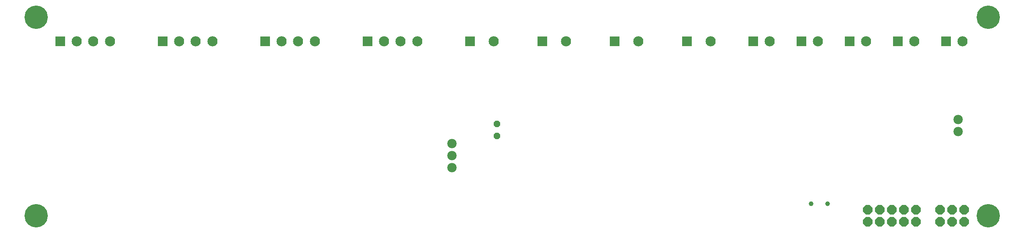
<source format=gbs>
G75*
G70*
%OFA0B0*%
%FSLAX24Y24*%
%IPPOS*%
%LPD*%
%AMOC8*
5,1,8,0,0,1.08239X$1,22.5*
%
%ADD10R,0.0840X0.0840*%
%ADD11C,0.0840*%
%ADD12C,0.0394*%
%ADD13C,0.0780*%
%ADD14OC8,0.0780*%
%ADD15OC8,0.0560*%
%ADD16C,0.1940*%
D10*
X005650Y018150D03*
X014150Y018150D03*
X022650Y018150D03*
X031150Y018150D03*
X039650Y018150D03*
X045650Y018150D03*
X051650Y018150D03*
X057650Y018150D03*
X063150Y018150D03*
X067150Y018150D03*
X071150Y018150D03*
X075150Y018150D03*
X079150Y018150D03*
D11*
X080528Y018150D03*
X076528Y018150D03*
X072528Y018150D03*
X068528Y018150D03*
X064528Y018150D03*
X059619Y018150D03*
X053619Y018150D03*
X047619Y018150D03*
X041619Y018150D03*
X035284Y018150D03*
X033906Y018150D03*
X032528Y018150D03*
X026784Y018150D03*
X025406Y018150D03*
X024028Y018150D03*
X018284Y018150D03*
X016906Y018150D03*
X015528Y018150D03*
X009784Y018150D03*
X008406Y018150D03*
X007028Y018150D03*
D12*
X067961Y004650D03*
X069339Y004650D03*
D13*
X080150Y010650D03*
X080150Y011650D03*
X038150Y009650D03*
X038150Y008650D03*
X038150Y007650D03*
D14*
X072650Y004150D03*
X073650Y004150D03*
X074650Y004150D03*
X075650Y004150D03*
X076650Y004150D03*
X078650Y004150D03*
X079650Y004150D03*
X080650Y004150D03*
X080650Y003150D03*
X079650Y003150D03*
X078650Y003150D03*
X076650Y003150D03*
X075650Y003150D03*
X074650Y003150D03*
X073650Y003150D03*
X072650Y003150D03*
D15*
X041900Y010275D03*
X041900Y011275D03*
D16*
X003650Y003650D03*
X003650Y020150D03*
X082650Y020150D03*
X082650Y003650D03*
M02*

</source>
